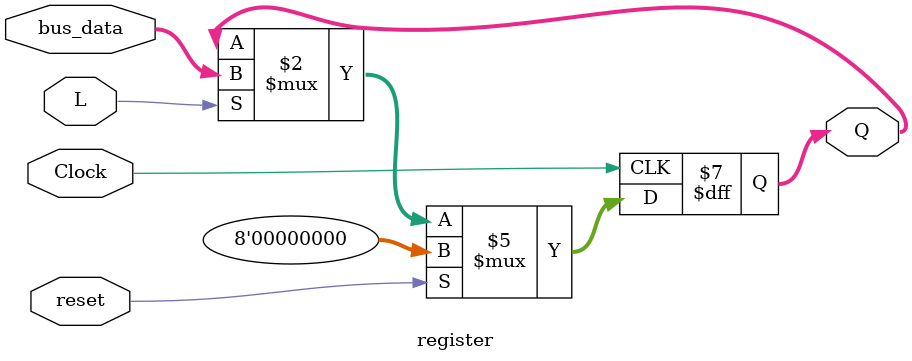
<source format=v>
module register (Clock, reset, L, bus_data, Q);
	input Clock, reset, L;
	input [7:0] bus_data;
	output reg [7:0] Q;

	always @ (posedge Clock)
		if (reset) Q <= 0;
		else if (L) Q <= bus_data;
endmodule
</source>
